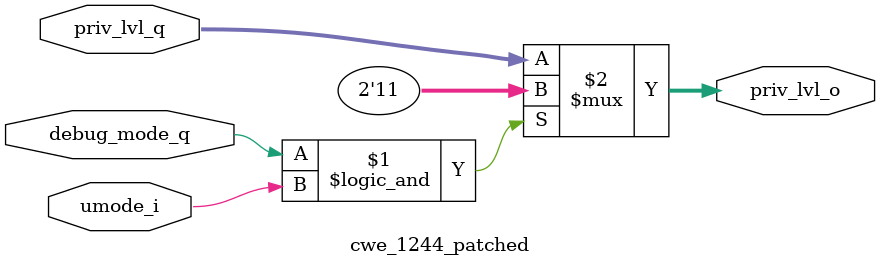
<source format=sv>

module cwe_1244_patched (
    input logic 	debug_mode_q,
    input logic [1:0]	priv_lvl_q, 
    input logic 	umode_i,
    output logic [1:0] 	priv_lvl_o
);
    
    localparam logic [1:0] PRIV_LVL_M = 2'b11;

    // in debug mode we execute with privilege level M
    assign priv_lvl_o = (debug_mode_q && umode_i) ? PRIV_LVL_M : priv_lvl_q;

endmodule

</source>
